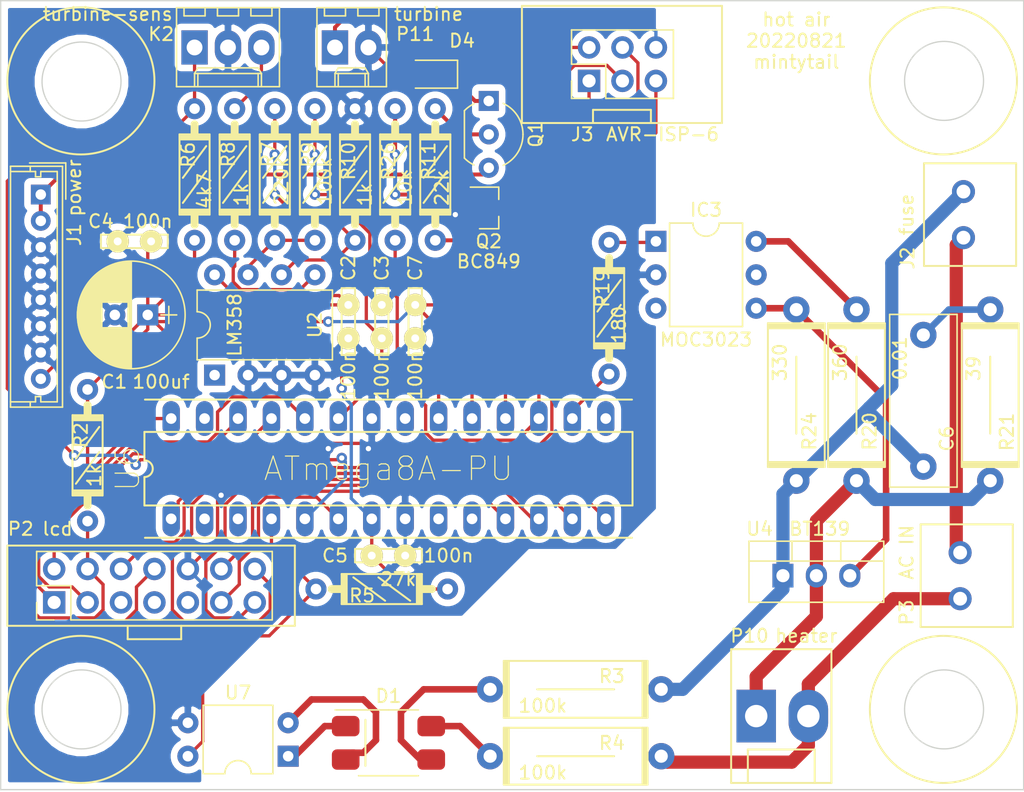
<source format=kicad_pcb>
(kicad_pcb (version 20171130) (host pcbnew "(5.1.8)-1")
  (layers (0 F.Cu signal) (31 B.Cu signal) (34 B.Paste user) (35 F.Paste user) (36 B.SilkS user) (37 F.SilkS user) (38 B.Mask user) (39 F.Mask user) (44 Edge.Cuts user))
  (net 0 "")
  (net 1 /+5)
  (net 2 /gnd)
  (net 3 /pump_sens)
  (net 4 "Net-(D1-Pad1)")
  (net 5 "Net-(D1-Pad3)")
  (net 6 "Net-(D1-Pad4)")
  (net 7 "Net-(IC3-Pad1)")
  (net 8 "Net-(IC3-Pad4)")
  (net 9 "Net-(IC3-Pad5)")
  (net 10 "Net-(IC3-Pad3)")
  (net 11 "Net-(IC3-Pad6)")
  (net 12 "Net-(J2-Pad1)")
  (net 13 /220_PHASE)
  (net 14 /220_NULL)
  (net 15 /buttons)
  (net 16 /phase_sync)
  (net 17 /idle)
  (net 18 "Net-(R7-Pad2)")
  (net 19 "Net-(R10-Pad1)")
  (net 20 "Net-(R8-Pad2)")
  (net 21 "Net-(K2-Pad3)")
  (net 22 "Net-(Q2-Pad3)")
  (net 23 "Net-(Q1-Pad2)")
  (net 24 /pump_heat)
  (net 25 "Net-(P10-Pad1)")
  (net 26 "Net-(C6-Pad1)")
  (net 27 "Net-(Q2-Pad1)")
  (net 28 /prog-mosi)
  (net 29 /reset)
  (net 30 "Net-(U6-Pad2)")
  (net 31 "Net-(U6-Pad3)")
  (net 32 "Net-(U6-Pad9)")
  (net 33 "Net-(U6-Pad10)")
  (net 34 "Net-(U6-Pad15)")
  (net 35 /prog-miso)
  (net 36 /prog-sck)
  (net 37 "Net-(U6-Pad21)")
  (net 38 /var_solder)
  (net 39 /var_pump)
  (net 40 /var_pump_heat)
  (net 41 "Net-(U6-Pad27)")
  (net 42 "Net-(D1-Pad2)")
  (net 43 "Net-(D4-Pad1)")
  (net 44 /+42)
  (net 45 "Net-(P2-Pad9)")
  (net 46 "Net-(P2-Pad7)")
  (net 47 "Net-(P2-Pad5)")
  (net 48 /LCD_PWR)
  (net 49 /LCD_RST)
  (net 50 /LCD_CS)
  (net 51 /LCD_SDA)
  (net 52 /LCD_CLK)
  (net 53 "Net-(U2-Pad1)")
  (module misc:atmega8-DIL28-3_panel (layer F.Cu) (at 131.064 86.36)
    (fp_text reference U6 (at -19.812 0 90) (layer F.SilkS) (effects (font (size 1.778 1.778) (thickness 0.0889))))
    (fp_text value ATmega8A-PU (at 0 0) (layer F.SilkS) (effects (font (size 1.778 1.778) (thickness 0.0889))))
    (pad 28 thru_hole oval (at -16.51 -3.81) (size 1.3208 2.6416) (drill 0.8128) (layers *.Cu *.Mask) (net 15 /buttons))
    (pad 27 thru_hole oval (at -13.97 -3.81) (size 1.3208 2.6416) (drill 0.8128) (layers *.Cu *.Mask) (net 41 "Net-(U6-Pad27)"))
    (pad 26 thru_hole oval (at -11.43 -3.81) (size 1.3208 2.6416) (drill 0.8128) (layers *.Cu *.Mask) (net 40 /var_pump_heat))
    (pad 25 thru_hole oval (at -8.89 -3.81) (size 1.3208 2.6416) (drill 0.8128) (layers *.Cu *.Mask) (net 39 /var_pump))
    (pad 24 thru_hole oval (at -6.35 -3.81) (size 1.3208 2.6416) (drill 0.8128) (layers *.Cu *.Mask) (net 38 /var_solder))
    (pad 23 thru_hole oval (at -3.81 -3.81) (size 1.3208 2.6416) (drill 0.8128) (layers *.Cu *.Mask) (net 3 /pump_sens))
    (pad 22 thru_hole oval (at -1.27 -3.81) (size 1.3208 2.6416) (drill 0.8128) (layers *.Cu *.Mask) (net 2 /gnd))
    (pad 21 thru_hole oval (at 1.27 -3.81) (size 1.3208 2.6416) (drill 0.8128) (layers *.Cu *.Mask) (net 37 "Net-(U6-Pad21)"))
    (pad 20 thru_hole oval (at 3.81 -3.81) (size 1.3208 2.6416) (drill 0.8128) (layers *.Cu *.Mask) (net 1 /+5))
    (pad 19 thru_hole oval (at 6.35 -3.81) (size 1.3208 2.6416) (drill 0.8128) (layers *.Cu *.Mask) (net 36 /prog-sck))
    (pad 18 thru_hole oval (at 8.89 -3.81) (size 1.3208 2.6416) (drill 0.8128) (layers *.Cu *.Mask) (net 35 /prog-miso))
    (pad 17 thru_hole oval (at 11.43 -3.81) (size 1.3208 2.6416) (drill 0.8128) (layers *.Cu *.Mask) (net 28 /prog-mosi))
    (pad 16 thru_hole oval (at 13.97 -3.81) (size 1.3208 2.6416) (drill 0.8128) (layers *.Cu *.Mask) (net 24 /pump_heat))
    (pad 15 thru_hole oval (at 16.51 -3.81) (size 1.3208 2.6416) (drill 0.8128) (layers *.Cu *.Mask) (net 34 "Net-(U6-Pad15)"))
    (pad 14 thru_hole oval (at 16.51 3.81) (size 1.3208 2.6416) (drill 0.8128) (layers *.Cu *.Mask) (net 48 /LCD_PWR))
    (pad 13 thru_hole oval (at 13.97 3.81) (size 1.3208 2.6416) (drill 0.8128) (layers *.Cu *.Mask) (net 52 /LCD_CLK))
    (pad 12 thru_hole oval (at 11.43 3.81) (size 1.3208 2.6416) (drill 0.8128) (layers *.Cu *.Mask) (net 51 /LCD_SDA))
    (pad 11 thru_hole oval (at 8.89 3.81) (size 1.3208 2.6416) (drill 0.8128) (layers *.Cu *.Mask) (net 50 /LCD_CS))
    (pad 10 thru_hole oval (at 6.35 3.81) (size 1.3208 2.6416) (drill 0.8128) (layers *.Cu *.Mask) (net 33 "Net-(U6-Pad10)"))
    (pad 9 thru_hole oval (at 3.81 3.81) (size 1.3208 2.6416) (drill 0.8128) (layers *.Cu *.Mask) (net 32 "Net-(U6-Pad9)"))
    (pad 8 thru_hole oval (at 1.27 3.81) (size 1.3208 2.6416) (drill 0.8128) (layers *.Cu *.Mask) (net 2 /gnd))
    (pad 7 thru_hole oval (at -1.27 3.81) (size 1.3208 2.6416) (drill 0.8128) (layers *.Cu *.Mask) (net 1 /+5))
    (pad 6 thru_hole oval (at -3.81 3.81) (size 1.3208 2.6416) (drill 0.8128) (layers *.Cu *.Mask) (net 49 /LCD_RST))
    (pad 5 thru_hole oval (at -6.35 3.81) (size 1.3208 2.6416) (drill 0.8128) (layers *.Cu *.Mask) (net 17 /idle))
    (pad 4 thru_hole oval (at -8.89 3.81) (size 1.3208 2.6416) (drill 0.8128) (layers *.Cu *.Mask) (net 16 /phase_sync))
    (pad 3 thru_hole oval (at -11.43 3.81) (size 1.3208 2.6416) (drill 0.8128) (layers *.Cu *.Mask) (net 31 "Net-(U6-Pad3)"))
    (pad 2 thru_hole oval (at -13.97 3.81) (size 1.3208 2.6416) (drill 0.8128) (layers *.Cu *.Mask) (net 30 "Net-(U6-Pad2)"))
    (pad 1 thru_hole oval (at -16.51 3.81) (size 1.3208 2.6416) (drill 0.8128) (layers *.Cu *.Mask) (net 29 /reset))
  )
  (module misc:AVR_ISP_TH_6 (layer F.Cu) (at 146.304 56.896 90)
    (fp_text reference J3 (at -4.064 -0.508 180) (layer F.SilkS))
    (fp_text value AVR-ISP-6 (at -4.064 5.588 180) (layer F.SilkS))
    (pad 1 thru_hole rect (at 0 0 90) (size 1.7 1.7) (drill 1) (layers *.Cu *.Mask) (net 35 /prog-miso))
    (pad 2 thru_hole oval (at 2.54 0 90) (size 1.7 1.7) (drill 1) (layers *.Cu *.Mask) (net 1 /+5))
    (pad 3 thru_hole oval (at 0 2.54 90) (size 1.7 1.7) (drill 1) (layers *.Cu *.Mask) (net 36 /prog-sck))
    (pad 4 thru_hole oval (at 2.54 2.54 90) (size 1.7 1.7) (drill 1) (layers *.Cu *.Mask) (net 28 /prog-mosi))
    (pad 5 thru_hole oval (at 0 5.08 90) (size 1.7 1.7) (drill 1) (layers *.Cu *.Mask) (net 29 /reset))
    (pad 6 thru_hole oval (at 2.54 5.08 90) (size 1.7 1.7) (drill 1) (layers *.Cu *.Mask) (net 2 /gnd))
  )
  (module capacitors:CC-ceramic_5 (layer F.Cu) (at 128.016 75.184 270)
    (fp_text reference C2 (at -4.064 0 90) (layer F.SilkS))
    (fp_text value 100n (at 4.064 0 90) (layer F.SilkS))
    (pad 2 thru_hole circle (at 1.27 0 270) (size 1.7 1.7) (drill 0.6) (layers *.Cu *.Mask F.SilkS) (net 2 /gnd))
    (pad 1 thru_hole circle (at -1.27 0 270) (size 1.7 1.7) (drill 0.6) (layers *.Cu *.Mask F.SilkS) (net 1 /+5))
  )
  (module capacitors:CC-ceramic_5 (layer F.Cu) (at 130.556 75.184 90)
    (fp_text reference C3 (at 4.064 0 90) (layer F.SilkS))
    (fp_text value 100n (at -4.064 0 90) (layer F.SilkS))
    (pad 2 thru_hole circle (at 1.27 0 90) (size 1.7 1.7) (drill 0.6) (layers *.Cu *.Mask F.SilkS) (net 2 /gnd))
    (pad 1 thru_hole circle (at -1.27 0 90) (size 1.7 1.7) (drill 0.6) (layers *.Cu *.Mask F.SilkS) (net 3 /pump_sens))
  )
  (module capacitors:CC-ceramic_5 (layer F.Cu) (at 111.76 69.088 180)
    (fp_text reference C4 (at 2.54 1.524) (layer F.SilkS))
    (fp_text value 100n (at -1.016 1.524) (layer F.SilkS))
    (pad 2 thru_hole circle (at 1.27 0 180) (size 1.7 1.7) (drill 0.6) (layers *.Cu *.Mask F.SilkS) (net 2 /gnd))
    (pad 1 thru_hole circle (at -1.27 0 180) (size 1.7 1.7) (drill 0.6) (layers *.Cu *.Mask F.SilkS) (net 1 /+5))
  )
  (module capacitors:CC-ceramic_5 (layer F.Cu) (at 131.064 92.964)
    (fp_text reference C5 (at -4.064 0) (layer F.SilkS))
    (fp_text value 100n (at 4.572 0) (layer F.SilkS))
    (pad 2 thru_hole circle (at 1.27 0) (size 1.7 1.7) (drill 0.6) (layers *.Cu *.Mask F.SilkS) (net 2 /gnd))
    (pad 1 thru_hole circle (at -1.27 0) (size 1.7 1.7) (drill 0.6) (layers *.Cu *.Mask F.SilkS) (net 1 /+5))
  )
  (module capacitors:CC-ceramic_5 (layer F.Cu) (at 133.096 75.184 270)
    (fp_text reference C7 (at -4.064 0 90) (layer F.SilkS))
    (fp_text value 100n (at 4.064 0 90) (layer F.SilkS))
    (pad 2 thru_hole circle (at 1.27 0 270) (size 1.7 1.7) (drill 0.6) (layers *.Cu *.Mask F.SilkS) (net 2 /gnd))
    (pad 1 thru_hole circle (at -1.27 0 270) (size 1.7 1.7) (drill 0.6) (layers *.Cu *.Mask F.SilkS) (net 1 /+5))
  )
  (module Housings_DIP:DIP-6_W7.62mm (layer F.Cu) (at 151.384 69.088)
    (fp_text reference IC3 (at 3.81 -2.39) (layer F.SilkS))
    (fp_text value MOC3023 (at 3.81 7.47) (layer F.SilkS))
    (pad 6 thru_hole oval (at 7.62 0) (size 1.6 1.6) (drill 0.8) (layers *.Cu *.Mask) (net 11 "Net-(IC3-Pad6)"))
    (pad 3 thru_hole oval (at 0 5.08) (size 1.6 1.6) (drill 0.8) (layers *.Cu *.Mask) (net 10 "Net-(IC3-Pad3)"))
    (pad 5 thru_hole oval (at 7.62 2.54) (size 1.6 1.6) (drill 0.8) (layers *.Cu *.Mask) (net 9 "Net-(IC3-Pad5)"))
    (pad 2 thru_hole oval (at 0 2.54) (size 1.6 1.6) (drill 0.8) (layers *.Cu *.Mask) (net 2 /gnd))
    (pad 4 thru_hole oval (at 7.62 5.08) (size 1.6 1.6) (drill 0.8) (layers *.Cu *.Mask) (net 8 "Net-(IC3-Pad4)"))
    (pad 1 thru_hole rect (at 0 0) (size 1.6 1.6) (drill 0.8) (layers *.Cu *.Mask) (net 7 "Net-(IC3-Pad1)"))
  )
  (module EDGVC:15EDGVC-3.5_2 (layer F.Cu) (at 174.752 67.056 90)
    (fp_text reference J2 (at -3.302 -4.25 90) (layer F.SilkS))
    (fp_text value fuse (at 0 -4.318 90) (layer F.SilkS))
    (pad 2 thru_hole circle (at 1.75 0 90) (size 1.75 1.75) (drill 1.05) (layers *.Cu *.Mask) (net 13 /220_PHASE))
    (pad 1 thru_hole circle (at -1.75 0 90) (size 1.75 1.75) (drill 1.05) (layers *.Cu *.Mask) (net 12 "Net-(J2-Pad1)"))
  )
  (module EDGVC:15EDGVC-3.5_2 (layer F.Cu) (at 174.498 94.488 90)
    (fp_text reference P3 (at -2.794 -4.064 90) (layer F.SilkS))
    (fp_text value "AC IN" (at 1.778 -4.064 90) (layer F.SilkS))
    (pad 2 thru_hole circle (at 1.75 0 90) (size 1.75 1.75) (drill 1.05) (layers *.Cu *.Mask) (net 12 "Net-(J2-Pad1)"))
    (pad 1 thru_hole circle (at -1.75 0 90) (size 1.75 1.75) (drill 1.05) (layers *.Cu *.Mask) (net 14 /220_NULL))
  )
  (module Package_DIP:DIP-4_W7.62mm (layer F.Cu) (at 123.444 108.204 180)
    (fp_text reference U7 (at 3.81 4.826) (layer F.SilkS))
    (fp_text value EL817)
    (pad 4 thru_hole oval (at 7.62 0 180) (size 1.6 1.6) (drill 0.8) (layers *.Cu *.Mask) (net 16 /phase_sync))
    (pad 2 thru_hole oval (at 0 2.54 180) (size 1.6 1.6) (drill 0.8) (layers *.Cu *.Mask) (net 42 "Net-(D1-Pad2)"))
    (pad 3 thru_hole oval (at 7.62 2.54 180) (size 1.6 1.6) (drill 0.8) (layers *.Cu *.Mask) (net 2 /gnd))
    (pad 1 thru_hole rect (at 0 0 180) (size 1.6 1.6) (drill 0.8) (layers *.Cu *.Mask) (net 4 "Net-(D1-Pad1)"))
  )
  (module Capacitors_ThroughHole:CP_Radial_D8.0mm_P2.50mm (layer F.Cu) (at 112.776 74.676 180)
    (fp_text reference C1 (at 2.54 -5.08) (layer F.SilkS))
    (fp_text value 100uf (at -1.016 -5.08) (layer F.SilkS))
    (pad 1 thru_hole rect (at 0 0 180) (size 1.6 1.6) (drill 0.8) (layers *.Cu *.Mask) (net 1 /+5))
    (pad 2 thru_hole circle (at 2.5 0 180) (size 1.6 1.6) (drill 0.8) (layers *.Cu *.Mask) (net 2 /gnd))
  )
  (module Capacitors_ThroughHole:C_Rect_L13.0mm_W5.0mm_P10.00mm_FKS3_FKP3_MKS4 (layer F.Cu) (at 171.704 76.2 270)
    (fp_text reference C6 (at 7.874 -1.778 90) (layer F.SilkS))
    (fp_text value 0.01 (at 1.778 1.778 90) (layer F.SilkS))
    (pad 1 thru_hole circle (at 0 0 270) (size 2 2) (drill 1) (layers *.Cu *.Mask) (net 26 "Net-(C6-Pad1)"))
    (pad 2 thru_hole circle (at 10 0 270) (size 2 2) (drill 1) (layers *.Cu *.Mask) (net 13 /220_PHASE))
  )
  (module Diodes_SMD:D_1206 (layer F.Cu) (at 134.112 56.388 180)
    (fp_text reference D4 (at -2.54 2.54) (layer F.SilkS))
    (fp_text value DIODE)
    (pad 1 smd rect (at -1.5 0 180) (size 1 1.6) (layers F.Cu F.Paste F.Mask) (net 43 "Net-(D4-Pad1)"))
    (pad 2 smd rect (at 1.5 0 180) (size 1 1.6) (layers F.Cu F.Paste F.Mask) (net 2 /gnd))
  )
  (module Connectors_Molex:Molex_MicroLatch-53253-0870_08x2.00mm_Straight (layer F.Cu) (at 104.648 65.532 270)
    (fp_text reference J1 (at 3.048 -2.54 90) (layer F.SilkS))
    (fp_text value power (at -0.508 -2.54 90) (layer F.SilkS))
    (pad 1 thru_hole rect (at 0 0 270) (size 1.5 1.5) (drill 0.8) (layers *.Cu *.Mask) (net 44 /+42))
    (pad 2 thru_hole circle (at 2 0 270) (size 1.5 1.5) (drill 0.8) (layers *.Cu *.Mask) (net 44 /+42))
    (pad 3 thru_hole circle (at 4 0 270) (size 1.5 1.5) (drill 0.8) (layers *.Cu *.Mask) (net 2 /gnd))
    (pad 4 thru_hole circle (at 6 0 270) (size 1.5 1.5) (drill 0.8) (layers *.Cu *.Mask) (net 2 /gnd))
    (pad 5 thru_hole circle (at 8 0 270) (size 1.5 1.5) (drill 0.8) (layers *.Cu *.Mask) (net 2 /gnd))
    (pad 6 thru_hole circle (at 10 0 270) (size 1.5 1.5) (drill 0.8) (layers *.Cu *.Mask) (net 2 /gnd))
    (pad 7 thru_hole circle (at 12 0 270) (size 1.5 1.5) (drill 0.8) (layers *.Cu *.Mask) (net 2 /gnd))
    (pad 8 thru_hole circle (at 14 0 270) (size 1.5 1.5) (drill 0.8) (layers *.Cu *.Mask) (net 1 /+5))
  )
  (module Connectors_Molex:Molex_KK-6410-03_03x2.54mm_Straight (layer F.Cu) (at 116.332 54.356)
    (fp_text reference K2 (at -2.54 -1.016) (layer F.SilkS))
    (fp_text value turbine-sens (at -6.604 -2.54) (layer F.SilkS))
    (pad 1 thru_hole rect (at 0 0) (size 2 2.6) (drill 1.2) (layers *.Cu *.Mask) (net 17 /idle))
    (pad 2 thru_hole oval (at 2.54 0) (size 2 2.6) (drill 1.2) (layers *.Cu *.Mask) (net 2 /gnd))
    (pad 3 thru_hole oval (at 5.08 0) (size 2 2.6) (drill 1.2) (layers *.Cu *.Mask) (net 21 "Net-(K2-Pad3)"))
  )
  (module Connectors_Molex:Molex_KK-41791-02_02x3.96mm_Straight (layer F.Cu) (at 159.004 105.156)
    (fp_text reference P10 (at -0.508 -6.096) (layer F.SilkS))
    (fp_text value heater (at 3.81 -6.096) (layer F.SilkS))
    (pad 1 thru_hole rect (at 0 0) (size 3 4) (drill 1.7) (layers *.Cu *.Mask) (net 25 "Net-(P10-Pad1)"))
    (pad 2 thru_hole oval (at 3.9624 0) (size 3 4) (drill 1.7) (layers *.Cu *.Mask) (net 14 /220_NULL))
  )
  (module Connectors_Molex:Molex_KK-6410-02_02x2.54mm_Straight (layer F.Cu) (at 127 54.356)
    (fp_text reference P11 (at 6.096 -1.016) (layer F.SilkS))
    (fp_text value turbine (at 7.112 -2.54) (layer F.SilkS))
    (pad 1 thru_hole rect (at 0 0) (size 2 2.6) (drill 1.2) (layers *.Cu *.Mask) (net 43 "Net-(D4-Pad1)"))
    (pad 2 thru_hole oval (at 2.54 0) (size 2 2.6) (drill 1.2) (layers *.Cu *.Mask) (net 2 /gnd))
  )
  (module TO_SOT_Packages_SMD:SOT-23 (layer F.Cu) (at 138.684 66.548)
    (fp_text reference Q2 (at 0 2.54) (layer F.SilkS))
    (fp_text value BC849 (at 0 4.064) (layer F.SilkS))
    (pad 1 smd rect (at -1 -0.95) (size 0.9 0.8) (layers F.Cu F.Paste F.Mask) (net 27 "Net-(Q2-Pad1)"))
    (pad 2 smd rect (at -1 0.95) (size 0.9 0.8) (layers F.Cu F.Paste F.Mask) (net 2 /gnd))
    (pad 3 smd rect (at 1 0) (size 0.9 0.8) (layers F.Cu F.Paste F.Mask) (net 22 "Net-(Q2-Pad3)"))
  )
  (module TO_SOT_Packages_THT:TO-220-3_Vertical (layer F.Cu) (at 161.036 94.488)
    (fp_text reference U4 (at -1.778 -3.556) (layer F.SilkS))
    (fp_text value BT139 (at 2.794 -3.556) (layer F.SilkS))
    (pad 1 thru_hole rect (at 0 0) (size 1.6 1.8) (drill 1) (layers *.Cu *.Mask) (net 13 /220_PHASE))
    (pad 2 thru_hole oval (at 2.54 0) (size 1.6 1.8) (drill 1) (layers *.Cu *.Mask) (net 25 "Net-(P10-Pad1)"))
    (pad 3 thru_hole oval (at 5.08 0) (size 1.6 1.8) (drill 1) (layers *.Cu *.Mask) (net 8 "Net-(IC3-Pad4)"))
  )
  (module Package_DIP:DIP-8_W7.62mm (layer F.Cu) (at 117.856 79.248 90)
    (fp_text reference U2 (at 3.81 7.62 90) (layer F.SilkS))
    (fp_text value LM358 (at 3.81 1.524 90) (layer F.SilkS))
    (pad 8 thru_hole oval (at 7.62 0 90) (size 1.6 1.6) (drill 0.8) (layers *.Cu *.Mask) (net 1 /+5))
    (pad 4 thru_hole oval (at 0 7.62 90) (size 1.6 1.6) (drill 0.8) (layers *.Cu *.Mask) (net 2 /gnd))
    (pad 7 thru_hole oval (at 7.62 2.54 90) (size 1.6 1.6) (drill 0.8) (layers *.Cu *.Mask) (net 18 "Net-(R7-Pad2)"))
    (pad 3 thru_hole oval (at 0 5.08 90) (size 1.6 1.6) (drill 0.8) (layers *.Cu *.Mask) (net 2 /gnd))
    (pad 6 thru_hole oval (at 7.62 5.08 90) (size 1.6 1.6) (drill 0.8) (layers *.Cu *.Mask) (net 19 "Net-(R10-Pad1)"))
    (pad 2 thru_hole oval (at 0 2.54 90) (size 1.6 1.6) (drill 0.8) (layers *.Cu *.Mask) (net 2 /gnd))
    (pad 5 thru_hole oval (at 7.62 7.62 90) (size 1.6 1.6) (drill 0.8) (layers *.Cu *.Mask) (net 20 "Net-(R8-Pad2)"))
    (pad 1 thru_hole rect (at 0 0 90) (size 1.6 1.6) (drill 0.8) (layers *.Cu *.Mask) (net 53 "Net-(U2-Pad1)"))
  )
  (module misc:MB10S (layer F.Cu) (at 131.064 107.188)
    (fp_text reference D1 (at 0 -3.556) (layer F.SilkS))
    (fp_text value D_Bridge_+-AA)
    (pad 1 smd roundrect (at -3.25 -1.27) (size 2.1 1.55) (layers F.Cu F.Paste F.Mask) (net 4 "Net-(D1-Pad1)"))
    (pad 2 smd roundrect (at -3.25 1.27) (size 2.1 1.55) (layers F.Cu F.Paste F.Mask) (net 42 "Net-(D1-Pad2)"))
    (pad 3 smd roundrect (at 3.25 1.27) (size 2.1 1.55) (layers F.Cu F.Paste F.Mask) (net 5 "Net-(D1-Pad3)"))
    (pad 4 smd roundrect (at 3.25 -1.27) (size 2.1 1.55) (layers F.Cu F.Paste F.Mask) (net 6 "Net-(D1-Pad4)"))
  )
  (module connectors_new:Pin_Header_Straight_2x07_Pitch2.54mm_bare (layer F.Cu) (at 105.664 96.52 90)
    (fp_text reference P2 (at 5.588 -2.54 180) (layer F.SilkS))
    (fp_text value lcd (at 5.588 0.254 180) (layer F.SilkS))
    (pad 1 thru_hole rect (at 0 0 90) (size 1.7 1.7) (drill 1) (layers *.Cu *.Mask) (net 38 /var_solder))
    (pad 2 thru_hole oval (at 2.54 0 90) (size 1.7 1.7) (drill 1) (layers *.Cu *.Mask) (net 39 /var_pump))
    (pad 3 thru_hole oval (at 0 2.54 90) (size 1.7 1.7) (drill 1) (layers *.Cu *.Mask) (net 40 /var_pump_heat))
    (pad 4 thru_hole oval (at 2.54 2.54 90) (size 1.7 1.7) (drill 1) (layers *.Cu *.Mask) (net 15 /buttons))
    (pad 5 thru_hole oval (at 0 5.08 90) (size 1.7 1.7) (drill 1) (layers *.Cu *.Mask) (net 47 "Net-(P2-Pad5)"))
    (pad 6 thru_hole oval (at 2.54 5.08 90) (size 1.7 1.7) (drill 1) (layers *.Cu *.Mask) (net 48 /LCD_PWR))
    (pad 7 thru_hole oval (at 0 7.62 90) (size 1.7 1.7) (drill 1) (layers *.Cu *.Mask) (net 46 "Net-(P2-Pad7)"))
    (pad 8 thru_hole oval (at 2.54 7.62 90) (size 1.7 1.7) (drill 1) (layers *.Cu *.Mask) (net 1 /+5))
    (pad 9 thru_hole oval (at 0 10.16 90) (size 1.7 1.7) (drill 1) (layers *.Cu *.Mask) (net 45 "Net-(P2-Pad9)"))
    (pad 10 thru_hole oval (at 2.54 10.16 90) (size 1.7 1.7) (drill 1) (layers *.Cu *.Mask) (net 2 /gnd))
    (pad 11 thru_hole oval (at 0 12.7 90) (size 1.7 1.7) (drill 1) (layers *.Cu *.Mask) (net 49 /LCD_RST))
    (pad 12 thru_hole oval (at 2.54 12.7 90) (size 1.7 1.7) (drill 1) (layers *.Cu *.Mask) (net 50 /LCD_CS))
    (pad 13 thru_hole oval (at 0 15.24 90) (size 1.7 1.7) (drill 1) (layers *.Cu *.Mask) (net 51 /LCD_SDA))
    (pad 14 thru_hole oval (at 2.54 15.24 90) (size 1.7 1.7) (drill 1) (layers *.Cu *.Mask) (net 52 /LCD_CLK))
  )
  (module TO_SOT_Packages_THT:TO-92_Inline_Wide (layer F.Cu) (at 138.684 58.42 270)
    (fp_text reference Q1 (at 2.54 -3.56 270) (layer F.SilkS))
    (fp_text value KT209)
    (pad 1 thru_hole rect (at 0 0) (size 1.52 1.52) (drill 0.8) (layers *.Cu *.Mask) (net 43 "Net-(D4-Pad1)"))
    (pad 3 thru_hole circle (at 5.08 0) (size 1.52 1.52) (drill 0.8) (layers *.Cu *.Mask) (net 44 /+42))
    (pad 2 thru_hole circle (at 2.54 0) (size 1.52 1.52) (drill 0.8) (layers *.Cu *.Mask) (net 23 "Net-(Q1-Pad2)"))
  )
  (module resistors:R1-MLT_0.125_10 (layer F.Cu) (at 108.204 85.344 270)
    (fp_text reference R2 (at -1.524 0.508 90) (layer F.SilkS))
    (fp_text value 1k (at 1.524 -0.508 90) (layer F.SilkS))
    (pad 2 thru_hole circle (at 5 0 270) (size 1.6 1.6) (drill 0.8) (layers *.Cu *.Mask) (net 15 /buttons))
    (pad 1 thru_hole circle (at -5 0 270) (size 1.6 1.6) (drill 0.8) (layers *.Cu *.Mask) (net 1 /+5))
  )
  (module resistors:R1-MLT_0.5_13 (layer F.Cu) (at 145.288 103.124)
    (fp_text reference R3 (at 2.75 -1) (layer F.SilkS))
    (fp_text value 100k (at -2.5 1.25) (layer F.SilkS))
    (pad 2 thru_hole circle (at 6.5 0) (size 2 2) (drill 1) (layers *.Cu *.Mask) (net 13 /220_PHASE))
    (pad 1 thru_hole circle (at -6.5 0) (size 2 2) (drill 1) (layers *.Cu *.Mask) (net 5 "Net-(D1-Pad3)"))
  )
  (module resistors:R1-MLT_0.5_13 (layer F.Cu) (at 145.288 108.204)
    (fp_text reference R4 (at 2.75 -1) (layer F.SilkS))
    (fp_text value 100k (at -2.5 1.25) (layer F.SilkS))
    (pad 1 thru_hole circle (at -6.5 0) (size 2 2) (drill 1) (layers *.Cu *.Mask) (net 6 "Net-(D1-Pad4)"))
    (pad 2 thru_hole circle (at 6.5 0) (size 2 2) (drill 1) (layers *.Cu *.Mask) (net 14 /220_NULL))
  )
  (module resistors:R1-MLT_0.125_10 (layer F.Cu) (at 130.556 95.504 180)
    (fp_text reference R5 (at 1.5 -0.5) (layer F.SilkS))
    (fp_text value 27k (at -1.25 0.75) (layer F.SilkS))
    (pad 1 thru_hole circle (at -5 0 180) (size 1.6 1.6) (drill 0.8) (layers *.Cu *.Mask) (net 1 /+5))
    (pad 2 thru_hole circle (at 5 0 180) (size 1.6 1.6) (drill 0.8) (layers *.Cu *.Mask) (net 16 /phase_sync))
  )
  (module resistors:R1-MLT_0.125_10 (layer F.Cu) (at 116.332 64.008 90)
    (fp_text reference R6 (at 1.5 -0.5 90) (layer F.SilkS))
    (fp_text value 4k7 (at -1.25 0.75 90) (layer F.SilkS))
    (pad 1 thru_hole circle (at -5 0 90) (size 1.6 1.6) (drill 0.8) (layers *.Cu *.Mask) (net 1 /+5))
    (pad 2 thru_hole circle (at 5 0 90) (size 1.6 1.6) (drill 0.8) (layers *.Cu *.Mask) (net 17 /idle))
  )
  (module resistors:R1-MLT_0.125_10 (layer F.Cu) (at 122.428 64.008 270)
    (fp_text reference R7 (at -1.524 0.508 90) (layer F.SilkS))
    (fp_text value 220k (at 0.508 -0.508 90) (layer F.SilkS))
    (pad 2 thru_hole circle (at 5 0 270) (size 1.6 1.6) (drill 0.8) (layers *.Cu *.Mask) (net 18 "Net-(R7-Pad2)"))
    (pad 1 thru_hole circle (at -5 0 270) (size 1.6 1.6) (drill 0.8) (layers *.Cu *.Mask) (net 19 "Net-(R10-Pad1)"))
  )
  (module resistors:R1-MLT_0.125_10 (layer F.Cu) (at 119.38 64.008 270)
    (fp_text reference R8 (at -1.524 0.508 90) (layer F.SilkS))
    (fp_text value 1k (at 1.524 -0.508 90) (layer F.SilkS))
    (pad 1 thru_hole circle (at -5 0 270) (size 1.6 1.6) (drill 0.8) (layers *.Cu *.Mask) (net 21 "Net-(K2-Pad3)"))
    (pad 2 thru_hole circle (at 5 0 270) (size 1.6 1.6) (drill 0.8) (layers *.Cu *.Mask) (net 20 "Net-(R8-Pad2)"))
  )
  (module resistors:R1-MLT_0.125_10 (layer F.Cu) (at 125.476 64.008 90)
    (fp_text reference R9 (at 1.5 -0.5 90) (layer F.SilkS))
    (fp_text value 100k (at -0.508 0.75 90) (layer F.SilkS))
    (pad 1 thru_hole circle (at -5 0 90) (size 1.6 1.6) (drill 0.8) (layers *.Cu *.Mask) (net 18 "Net-(R7-Pad2)"))
    (pad 2 thru_hole circle (at 5 0 90) (size 1.6 1.6) (drill 0.8) (layers *.Cu *.Mask) (net 3 /pump_sens))
  )
  (module resistors:R1-MLT_0.125_10 (layer F.Cu) (at 128.524 64.008 90)
    (fp_text reference R10 (at 1.016 -0.508 90) (layer F.SilkS))
    (fp_text value 1k (at -1.524 0.75 90) (layer F.SilkS))
    (pad 2 thru_hole circle (at 5 0 90) (size 1.6 1.6) (drill 0.8) (layers *.Cu *.Mask) (net 2 /gnd))
    (pad 1 thru_hole circle (at -5 0 90) (size 1.6 1.6) (drill 0.8) (layers *.Cu *.Mask) (net 19 "Net-(R10-Pad1)"))
  )
  (module resistors:R1-MLT_0.125_10 (layer F.Cu) (at 134.62 64.008 270)
    (fp_text reference R11 (at -1.016 0.508 90) (layer F.SilkS))
    (fp_text value 22k (at 1.016 -0.508 90) (layer F.SilkS))
    (pad 2 thru_hole circle (at 5 0 270) (size 1.6 1.6) (drill 0.8) (layers *.Cu *.Mask) (net 22 "Net-(Q2-Pad3)"))
    (pad 1 thru_hole circle (at -5 0 270) (size 1.6 1.6) (drill 0.8) (layers *.Cu *.Mask) (net 23 "Net-(Q1-Pad2)"))
  )
  (module resistors:R1-MLT_0.125_10 (layer F.Cu) (at 147.828 74.168 90)
    (fp_text reference R19 (at 1.5 -0.5 90) (layer F.SilkS))
    (fp_text value 180 (at -1.25 0.75 90) (layer F.SilkS))
    (pad 2 thru_hole circle (at 5 0 90) (size 1.6 1.6) (drill 0.8) (layers *.Cu *.Mask) (net 7 "Net-(IC3-Pad1)"))
    (pad 1 thru_hole circle (at -5 0 90) (size 1.6 1.6) (drill 0.8) (layers *.Cu *.Mask) (net 24 /pump_heat))
  )
  (module resistors:R1-MLT_0.5_13 (layer F.Cu) (at 166.624 80.772 270)
    (fp_text reference R20 (at 2.75 -1 90) (layer F.SilkS))
    (fp_text value 360 (at -2.5 1.25 90) (layer F.SilkS))
    (pad 2 thru_hole circle (at 6.5 0 270) (size 2 2) (drill 1) (layers *.Cu *.Mask) (net 25 "Net-(P10-Pad1)"))
    (pad 1 thru_hole circle (at -6.5 0 270) (size 2 2) (drill 1) (layers *.Cu *.Mask) (net 11 "Net-(IC3-Pad6)"))
  )
  (module resistors:R1-MLT_0.5_13 (layer F.Cu) (at 176.784 80.772 90)
    (fp_text reference R21 (at -2.794 1.27 90) (layer F.SilkS))
    (fp_text value 39 (at 2.032 -1.27 90) (layer F.SilkS))
    (pad 1 thru_hole circle (at -6.5 0 90) (size 2 2) (drill 1) (layers *.Cu *.Mask) (net 25 "Net-(P10-Pad1)"))
    (pad 2 thru_hole circle (at 6.5 0 90) (size 2 2) (drill 1) (layers *.Cu *.Mask) (net 26 "Net-(C6-Pad1)"))
  )
  (module resistors:R1-MLT_0.5_13 (layer F.Cu) (at 162.052 80.772 270)
    (fp_text reference R24 (at 2.75 -1 270) (layer F.SilkS))
    (fp_text value 330 (at -2.5 1.25 270) (layer F.SilkS))
    (pad 1 thru_hole circle (at -6.5 0 270) (size 2 2) (drill 1) (layers *.Cu *.Mask) (net 8 "Net-(IC3-Pad4)"))
    (pad 2 thru_hole circle (at 6.5 0 270) (size 2 2) (drill 1) (layers *.Cu *.Mask) (net 13 /220_PHASE))
  )
  (module resistors:R1-MLT_0.125_10 (layer F.Cu) (at 131.572 64.008 90)
    (fp_text reference R26 (at 1.016 -0.5 90) (layer F.SilkS))
    (fp_text value 10k (at -1.016 0.75 90) (layer F.SilkS))
    (pad 1 thru_hole circle (at -5 0 90) (size 1.6 1.6) (drill 0.8) (layers *.Cu *.Mask) (net 28 /prog-mosi))
    (pad 2 thru_hole circle (at 5 0 90) (size 1.6 1.6) (drill 0.8) (layers *.Cu *.Mask) (net 27 "Net-(Q2-Pad1)"))
  )
  (gr_text "hot air\n20220821\nmintytail" (at 162.052 53.848) (layer F.SilkS) (effects (font (size 1 1))))
  (gr_circle (center 173.228 104.648) (end 178.816 104.648) (layer F.SilkS) (width 0.15))
  (gr_circle (center 173.276 104.648) (end 176.276 104.648) (layer Edge.Cuts) (width 0.1))
  (gr_line (start 101.6 110.744) (end 179.324 110.744) (layer Edge.Cuts) (width 0.1))
  (gr_circle (center 107.696 104.648) (end 113.284 104.648) (layer F.SilkS) (width 0.15))
  (gr_circle (center 107.744 104.648) (end 110.744 104.648) (layer Edge.Cuts) (width 0.1))
  (gr_line (start 101.6 50.8) (end 101.6 110.744) (layer Edge.Cuts) (width 0.1))
  (gr_circle (center 107.696 56.896) (end 113.284 56.896) (layer F.SilkS) (width 0.15))
  (gr_circle (center 107.744 56.944) (end 110.744 56.944) (layer Edge.Cuts) (width 0.1))
  (gr_circle (center 173.228 56.896) (end 178.816 56.896) (layer F.SilkS) (width 0.15))
  (gr_circle (center 173.276 56.896) (end 176.276 56.896) (layer Edge.Cuts) (width 0.1))
  (gr_line (start 179.324 50.8) (end 101.6 50.8) (layer Edge.Cuts) (width 0.1))
  (gr_line (start 179.324 50.8) (end 179.324 110.744) (layer Edge.Cuts) (width 0.1))
  (segment (start 112.776 69.342) (end 113.03 69.088) (width 0.25) (layer F.Cu) (net 1))
  (segment (start 112.776 71.628) (end 112.776 69.342) (width 0.25) (layer F.Cu) (net 1))
  (segment (start 112.776 74.676) (end 112.776 71.628) (width 0.25) (layer F.Cu) (net 1))
  (segment (start 129.794 92.964) (end 129.794 90.17) (width 0.25) (layer F.Cu) (net 1))
  (segment (start 108.204 80.344) (end 108.204 86.133358) (width 0.25) (layer F.Cu) (net 1))
  (segment (start 108.204 86.133358) (end 103.124 91.213358) (width 0.25) (layer F.Cu) (net 1))
  (segment (start 111.919001 97.084001) (end 111.919001 95.344999) (width 0.25) (layer F.Cu) (net 1))
  (segment (start 111.919001 95.344999) (end 113.284 93.98) (width 0.25) (layer F.Cu) (net 1))
  (segment (start 110.857991 98.145011) (end 111.919001 97.084001) (width 0.25) (layer F.Cu) (net 1))
  (segment (start 104.367599 98.145011) (end 110.857991 98.145011) (width 0.25) (layer F.Cu) (net 1))
  (segment (start 103.124 96.901412) (end 104.367599 98.145011) (width 0.25) (layer F.Cu) (net 1))
  (segment (start 103.124 91.213358) (end 103.124 96.901412) (width 0.25) (layer F.Cu) (net 1))
  (segment (start 112.776 75.772) (end 112.776 74.676) (width 0.25) (layer F.Cu) (net 1))
  (segment (start 108.204 80.344) (end 112.776 75.772) (width 0.25) (layer F.Cu) (net 1))
  (segment (start 116.332 71.12) (end 112.776 74.676) (width 0.25) (layer F.Cu) (net 1))
  (segment (start 116.332 69.008) (end 116.332 71.12) (width 0.25) (layer F.Cu) (net 1))
  (segment (start 117.856 71.628) (end 119.431011 73.203011) (width 0.25) (layer F.Cu) (net 1))
  (segment (start 127.305011 73.203011) (end 128.016 73.914) (width 0.25) (layer F.Cu) (net 1))
  (segment (start 119.431011 73.203011) (end 127.305011 73.203011) (width 0.25) (layer F.Cu) (net 1))
  (segment (start 134.874 75.692) (end 133.096 73.914) (width 0.25) (layer F.Cu) (net 1))
  (segment (start 134.874 82.55) (end 134.874 75.692) (width 0.25) (layer F.Cu) (net 1))
  (segment (start 132.334 95.504) (end 129.794 92.964) (width 0.25) (layer F.Cu) (net 1))
  (segment (start 135.556 95.504) (end 132.334 95.504) (width 0.25) (layer F.Cu) (net 1))
  (segment (start 135.757772 73.914) (end 133.096 73.914) (width 0.25) (layer F.Cu) (net 1))
  (segment (start 144.018 65.653772) (end 135.757772 73.914) (width 0.25) (layer F.Cu) (net 1))
  (segment (start 144.018 55.118) (end 144.018 65.653772) (width 0.25) (layer F.Cu) (net 1))
  (segment (start 144.78 54.356) (end 144.018 55.118) (width 0.25) (layer F.Cu) (net 1))
  (segment (start 146.304 54.356) (end 144.78 54.356) (width 0.25) (layer F.Cu) (net 1))
  (segment (start 112.776 74.676) (end 111.252 76.2) (width 0.25) (layer F.Cu) (net 1))
  (segment (start 107.98 76.2) (end 104.648 79.532) (width 0.25) (layer F.Cu) (net 1))
  (segment (start 111.252 76.2) (end 107.98 76.2) (width 0.25) (layer F.Cu) (net 1))
  (segment (start 112.776 74.676) (end 113.284 75.184) (width 0.25) (layer F.Cu) (net 1))
  (segment (start 113.284 75.184) (end 125.984 75.184) (width 0.25) (layer F.Cu) (net 1))
  (segment (start 128.016 73.914) (end 115.062 73.914) (width 0.25) (layer F.Cu) (net 1))
  (segment (start 114.3 74.676) (end 112.776 74.676) (width 0.25) (layer F.Cu) (net 1))
  (segment (start 115.062 73.914) (end 114.3 74.676) (width 0.25) (layer F.Cu) (net 1))
  (via (at 126.492 75.184) (size 0.8) (drill 0.4) (layers F.Cu B.Cu) (net 1))
  (segment (start 125.984 75.184) (end 126.492 75.184) (width 0.25) (layer F.Cu) (net 1))
  (segment (start 131.826 75.184) (end 133.096 73.914) (width 0.25) (layer B.Cu) (net 1))
  (segment (start 126.492 75.184) (end 131.826 75.184) (width 0.25) (layer B.Cu) (net 1))
  (segment (start 128.23941 88.61541) (end 128.23941 81.48143) (width 0.25) (layer B.Cu) (net 1))
  (segment (start 129.794 90.17) (end 128.23941 88.61541) (width 0.25) (layer B.Cu) (net 1))
  (via (at 127.508 80.264) (size 0.8) (drill 0.4) (layers F.Cu B.Cu) (net 1))
  (segment (start 127.66217 80.41817) (end 127.508 80.264) (width 0.25) (layer B.Cu) (net 1))
  (segment (start 127.66217 80.90419) (end 127.66217 80.41817) (width 0.25) (layer B.Cu) (net 1))
  (segment (start 128.23941 81.48143) (end 127.66217 80.90419) (width 0.25) (layer B.Cu) (net 1))
  (segment (start 114.808 76.708) (end 112.776 74.676) (width 0.25) (layer F.Cu) (net 1))
  (segment (start 125.476 76.708) (end 114.808 76.708) (width 0.25) (layer F.Cu) (net 1))
  (segment (start 127.508 78.74) (end 125.476 76.708) (width 0.25) (layer F.Cu) (net 1))
  (segment (start 127.508 80.264) (end 127.508 78.74) (width 0.25) (layer F.Cu) (net 1))
  (via (at 126.492 84.836) (size 0.8) (drill 0.4) (layers F.Cu B.Cu) (net 2))
  (via (at 129.54 84.836) (size 0.8) (drill 0.4) (layers F.Cu B.Cu) (net 2))
  (segment (start 129.140001 84.436001) (end 129.54 84.836) (width 0.25) (layer F.Cu) (net 2))
  (segment (start 126.891999 84.436001) (end 129.140001 84.436001) (width 0.25) (layer F.Cu) (net 2))
  (segment (start 126.492 84.836) (end 126.891999 84.436001) (width 0.25) (layer F.Cu) (net 2))
  (via (at 136.144 67.056) (size 0.8) (drill 0.4) (layers F.Cu B.Cu) (net 2))
  (segment (start 136.586 67.498) (end 136.144 67.056) (width 0.25) (layer F.Cu) (net 2))
  (segment (start 137.684 67.498) (end 136.586 67.498) (width 0.25) (layer F.Cu) (net 2))
  (segment (start 151.384 54.356) (end 151.384 53.086) (width 0.25) (layer B.Cu) (net 2))
  (segment (start 151.384 53.086) (end 150.876 52.578) (width 0.25) (layer B.Cu) (net 2))
  (segment (start 118.07941 88.645304) (end 118.348357 88.376357) (width 0.25) (layer F.Cu) (net 2))
  (via (at 118.348357 88.376357) (size 0.8) (drill 0.4) (layers F.Cu B.Cu) (net 2))
  (segment (start 118.07941 91.72459) (end 118.07941 88.645304) (width 0.25) (layer F.Cu) (net 2))
  (segment (start 115.824 93.98) (end 118.07941 91.72459) (width 0.25) (layer F.Cu) (net 2))
  (segment (start 132.334 90.17) (end 132.334 92.964) (width 0.25) (layer B.Cu) (net 2))
  (segment (start 116.999001 98.900999) (end 116.84 99.06) (width 0.25) (layer B.Cu) (net 2))
  (segment (start 115.824 93.98) (end 116.999001 95.155001) (width 0.25) (layer B.Cu) (net 2))
  (segment (start 116.999001 95.155001) (end 116.999001 98.900999) (width 0.25) (layer B.Cu) (net 2))
  (segment (start 131.572 56.388) (end 129.54 54.356) (width 0.25) (layer F.Cu) (net 2))
  (segment (start 132.612 56.388) (end 131.572 56.388) (width 0.25) (layer F.Cu) (net 2))
  (via (at 125.476 62.484) (size 0.8) (drill 0.4) (layers F.Cu B.Cu) (net 3))
  (segment (start 125.476 59.008) (end 125.476 62.484) (width 0.25) (layer F.Cu) (net 3))
  (segment (start 125.476 62.484) (end 125.476 65.532) (width 0.25) (layer B.Cu) (net 3))
  (via (at 125.476 65.532) (size 0.8) (drill 0.4) (layers F.Cu B.Cu) (net 3))
  (segment (start 125.476 65.532) (end 126.713002 65.532) (width 0.25) (layer F.Cu) (net 3))
  (segment (start 129.380999 75.278999) (end 129.380999 70.771001) (width 0.25) (layer F.Cu) (net 3))
  (segment (start 130.556 76.454) (end 129.380999 75.278999) (width 0.25) (layer F.Cu) (net 3))
  (segment (start 129.649001 68.467999) (end 129.142501 67.961499) (width 0.25) (layer F.Cu) (net 3))
  (segment (start 129.649001 70.502999) (end 129.649001 68.467999) (width 0.25) (layer F.Cu) (net 3))
  (segment (start 129.380999 70.771001) (end 129.649001 70.502999) (width 0.25) (layer F.Cu) (net 3))
  (segment (start 126.713002 65.532) (end 129.142501 67.961499) (width 0.25) (layer F.Cu) (net 3))
  (segment (start 130.556 79.248) (end 127.254 82.55) (width 0.25) (layer F.Cu) (net 3))
  (segment (start 130.556 76.454) (end 130.556 79.248) (width 0.25) (layer F.Cu) (net 3))
  (segment (start 123.938002 108.204) (end 123.444 108.204) (width 0.5) (layer F.Cu) (net 4))
  (segment (start 126.224002 105.918) (end 123.938002 108.204) (width 0.5) (layer F.Cu) (net 4))
  (segment (start 127.814 105.918) (end 126.224002 105.918) (width 0.5) (layer F.Cu) (net 4))
  (segment (start 133.488208 108.458) (end 134.314 108.458) (width 0.5) (layer F.Cu) (net 5))
  (segment (start 132.01399 106.983782) (end 133.488208 108.458) (width 0.5) (layer F.Cu) (net 5))
  (segment (start 132.01399 104.852218) (end 132.01399 106.983782) (width 0.5) (layer F.Cu) (net 5))
  (segment (start 133.742208 103.124) (end 132.01399 104.852218) (width 0.5) (layer F.Cu) (net 5))
  (segment (start 138.788 103.124) (end 133.742208 103.124) (width 0.5) (layer F.Cu) (net 5))
  (segment (start 136.502 105.918) (end 134.314 105.918) (width 0.5) (layer F.Cu) (net 6))
  (segment (start 138.788 108.204) (end 136.502 105.918) (width 0.5) (layer F.Cu) (net 6))
  (segment (start 151.304 69.168) (end 151.384 69.088) (width 0.25) (layer F.Cu) (net 7))
  (segment (start 147.828 69.168) (end 151.304 69.168) (width 0.25) (layer F.Cu) (net 7))
  (segment (start 161.948 74.168) (end 162.052 74.272) (width 0.5) (layer F.Cu) (net 8))
  (segment (start 159.004 74.168) (end 161.948 74.168) (width 0.5) (layer F.Cu) (net 8))
  (segment (start 168.874001 81.094001) (end 162.052 74.272) (width 0.5) (layer F.Cu) (net 8))
  (segment (start 168.874001 91.729999) (end 168.874001 81.094001) (width 0.5) (layer F.Cu) (net 8))
  (segment (start 166.116 94.488) (end 168.874001 91.729999) (width 0.5) (layer F.Cu) (net 8))
  (segment (start 161.44 69.088) (end 166.624 74.272) (width 0.5) (layer F.Cu) (net 11))
  (segment (start 159.004 69.088) (end 161.44 69.088) (width 0.5) (layer F.Cu) (net 11))
  (segment (start 174.204001 92.444001) (end 174.498 92.738) (width 1) (layer F.Cu) (net 12))
  (segment (start 174.204001 69.353999) (end 174.204001 92.444001) (width 1) (layer F.Cu) (net 12))
  (segment (start 174.752 68.806) (end 174.204001 69.353999) (width 1) (layer F.Cu) (net 12))
  (segment (start 161.036 88.288) (end 161.036 94.488) (width 1) (layer B.Cu) (net 13))
  (segment (start 162.052 87.272) (end 161.036 88.288) (width 1) (layer B.Cu) (net 13))
  (segment (start 161.036 94.488) (end 161.036 95.504) (width 1) (layer B.Cu) (net 13))
  (segment (start 153.416 103.124) (end 151.788 103.124) (width 1) (layer B.Cu) (net 13))
  (segment (start 161.036 95.504) (end 153.416 103.124) (width 1) (layer B.Cu) (net 13))
  (segment (start 169.303999 70.754001) (end 169.303999 80.020001) (width 1) (layer B.Cu) (net 13))
  (segment (start 174.752 65.306) (end 169.303999 70.754001) (width 1) (layer B.Cu) (net 13))
  (segment (start 167.588 82.084) (end 167.588 81.736) (width 1) (layer B.Cu) (net 13))
  (segment (start 171.704 86.2) (end 167.588 82.084) (width 1) (layer B.Cu) (net 13))
  (segment (start 167.588 81.736) (end 162.052 87.272) (width 1) (layer B.Cu) (net 13))
  (segment (start 169.303999 80.020001) (end 167.588 81.736) (width 1) (layer B.Cu) (net 13))
  (segment (start 161.704001 108.656001) (end 162.9664 107.393602) (width 1) (layer F.Cu) (net 14))
  (segment (start 162.9664 107.393602) (end 162.9664 105.156) (width 1) (layer F.Cu) (net 14))
  (segment (start 152.240001 108.656001) (end 161.704001 108.656001) (width 1) (layer F.Cu) (net 14))
  (segment (start 151.788 108.204) (end 152.240001 108.656001) (width 1) (layer F.Cu) (net 14))
  (segment (start 174.498 96.238) (end 169.446 96.238) (width 1) (layer F.Cu) (net 14))
  (segment (start 162.9664 102.7176) (end 162.9664 105.156) (width 1) (layer F.Cu) (net 14))
  (segment (start 169.446 96.238) (end 162.9664 102.7176) (width 1) (layer F.Cu) (net 14))
  (segment (start 108.204 93.98) (end 108.204 90.344) (width 0.25) (layer F.Cu) (net 15))
  (segment (start 109.379001 95.155001) (end 108.204 93.98) (width 0.25) (layer F.Cu) (net 15))
  (segment (start 109.379001 97.084001) (end 109.379001 95.155001) (width 0.25) (layer F.Cu) (net 15))
  (segment (start 108.768001 97.695001) (end 109.379001 97.084001) (width 0.25) (layer F.Cu) (net 15))
  (segment (start 104.553999 97.695001) (end 108.768001 97.695001) (width 0.25) (layer F.Cu) (net 15))
  (segment (start 103.58898 96.729982) (end 104.553999 97.695001) (width 0.25) (layer F.Cu) (net 15))
  (segment (start 103.58898 91.384788) (end 103.58898 96.729982) (width 0.25) (layer F.Cu) (net 15))
  (segment (start 112.423768 82.55) (end 103.58898 91.384788) (width 0.25) (layer F.Cu) (net 15))
  (segment (start 112.423768 82.55) (end 114.554 82.55) (width 0.25) (layer F.Cu) (net 15))
  (segment (start 122.174 92.122) (end 125.556 95.504) (width 0.25) (layer F.Cu) (net 16))
  (segment (start 122.174 90.17) (end 122.174 92.122) (width 0.25) (layer F.Cu) (net 16))
  (segment (start 116.949001 107.078999) (end 116.949001 101.490999) (width 0.25) (layer F.Cu) (net 16))
  (segment (start 115.824 108.204) (end 116.949001 107.078999) (width 0.25) (layer F.Cu) (net 16))
  (segment (start 116.949001 101.490999) (end 119.38 99.06) (width 0.25) (layer F.Cu) (net 16))
  (segment (start 122 99.06) (end 125.556 95.504) (width 0.25) (layer F.Cu) (net 16))
  (segment (start 119.38 99.06) (end 122 99.06) (width 0.25) (layer F.Cu) (net 16))
  (segment (start 116.332 54.356) (end 116.332 59.008) (width 0.25) (layer F.Cu) (net 17))
  (segment (start 116.332 59.008) (end 112.856 62.484) (width 0.25) (layer F.Cu) (net 17))
  (segment (start 112.856 62.484) (end 112.348 62.992) (width 0.25) (layer F.Cu) (net 17))
  (segment (start 112.348 62.992) (end 103.632 62.992) (width 0.25) (layer F.Cu) (net 17))
  (segment (start 103.632 62.992) (end 102.108 64.516) (width 0.25) (layer F.Cu) (net 17))
  (via (at 107.188 85.344) (size 0.8) (drill 0.4) (layers F.Cu B.Cu) (net 17))
  (segment (start 102.108 80.264) (end 107.188 85.344) (width 0.25) (layer F.Cu) (net 17))
  (segment (start 102.108 64.516) (end 102.108 80.264) (width 0.25) (layer F.Cu) (net 17))
  (segment (start 124.714 90.17) (end 127.508 87.376) (width 0.25) (layer B.Cu) (net 17))
  (segment (start 127.508 87.376) (end 127.7894 87.0946) (width 0.25) (layer B.Cu) (net 17))
  (via (at 127.51441 85.549141) (size 0.8) (drill 0.4) (layers F.Cu B.Cu) (net 17))
  (segment (start 127.7894 85.824131) (end 127.51441 85.549141) (width 0.25) (layer B.Cu) (net 17))
  (segment (start 127.7894 87.0946) (end 127.7894 85.824131) (width 0.25) (layer B.Cu) (net 17))
  (segment (start 127.51441 85.549141) (end 127.385521 85.67803) (width 0.25) (layer F.Cu) (net 17))
  (segment (start 127.385521 85.67803) (end 119.68238 85.67803) (width 0.25) (layer F.Cu) (net 17))
  (via (at 111.857642 86.050662) (size 0.8) (drill 0.4) (layers F.Cu B.Cu) (net 17))
  (segment (start 112.230274 85.67803) (end 111.857642 86.050662) (width 0.25) (layer F.Cu) (net 17))
  (segment (start 119.68238 85.67803) (end 112.230274 85.67803) (width 0.25) (layer F.Cu) (net 17))
  (segment (start 111.15098 85.344) (end 107.188 85.344) (width 0.25) (layer B.Cu) (net 17))
  (segment (start 111.857642 86.050662) (end 111.15098 85.344) (width 0.25) (layer B.Cu) (net 17))
  (segment (start 125.476 69.008) (end 122.428 69.008) (width 0.25) (layer F.Cu) (net 18))
  (segment (start 120.396 71.04) (end 120.396 71.628) (width 0.25) (layer F.Cu) (net 18))
  (segment (start 122.428 69.008) (end 120.396 71.04) (width 0.25) (layer F.Cu) (net 18))
  (segment (start 127.029001 70.502999) (end 128.524 69.008) (width 0.25) (layer F.Cu) (net 19))
  (segment (start 124.061001 70.502999) (end 127.029001 70.502999) (width 0.25) (layer F.Cu) (net 19))
  (segment (start 122.936 71.628) (end 124.061001 70.502999) (width 0.25) (layer F.Cu) (net 19))
  (via (at 122.428 62.484) (size 0.8) (drill 0.4) (layers F.Cu B.Cu) (net 19))
  (segment (start 122.428 59.008) (end 122.428 60.96) (width 0.25) (layer F.Cu) (net 19))
  (via (at 122.428 65.532) (size 0.8) (drill 0.4) (layers F.Cu B.Cu) (net 19))
  (segment (start 126.572 67.056) (end 128.524 69.008) (width 0.25) (layer F.Cu) (net 19))
  (segment (start 122.428 65.532) (end 123.952 67.056) (width 0.25) (layer F.Cu) (net 19))
  (segment (start 123.952 67.056) (end 126.572 67.056) (width 0.25) (layer F.Cu) (net 19))
  (segment (start 122.428 60.96) (end 122.428 62.484) (width 0.25) (layer F.Cu) (net 19))
  (segment (start 122.428 62.484) (end 122.428 65.532) (width 0.25) (layer B.Cu) (net 19))
  (segment (start 124.350999 72.753001) (end 125.476 71.628) (width 0.25) (layer F.Cu) (net 20))
  (segment (start 119.855999 72.753001) (end 124.350999 72.753001) (width 0.25) (layer F.Cu) (net 20))
  (segment (start 119.270999 72.168001) (end 119.855999 72.753001) (width 0.25) (layer F.Cu) (net 20))
  (segment (start 119.270999 71.087999) (end 119.270999 72.168001) (width 0.25) (layer F.Cu) (net 20))
  (segment (start 119.38 70.978998) (end 119.270999 71.087999) (width 0.25) (layer F.Cu) (net 20))
  (segment (start 119.38 69.008) (end 119.38 70.978998) (width 0.25) (layer F.Cu) (net 20))
  (segment (start 121.412 56.976) (end 119.38 59.008) (width 0.25) (layer F.Cu) (net 21))
  (segment (start 121.412 54.356) (end 121.412 56.976) (width 0.25) (layer F.Cu) (net 21))
  (segment (start 138.194002 69.008) (end 139.684 67.518002) (width 0.3) (layer F.Cu) (net 22))
  (segment (start 139.684 67.518002) (end 139.684 66.548) (width 0.3) (layer F.Cu) (net 22))
  (segment (start 134.62 69.008) (end 138.194002 69.008) (width 0.3) (layer F.Cu) (net 22))
  (segment (start 136.572 60.96) (end 134.62 59.008) (width 0.3) (layer F.Cu) (net 23))
  (segment (start 138.684 60.96) (end 136.572 60.96) (width 0.3) (layer F.Cu) (net 23))
  (segment (start 145.034 81.962) (end 145.034 82.55) (width 0.25) (layer F.Cu) (net 24))
  (segment (start 147.828 79.168) (end 145.034 81.962) (width 0.25) (layer F.Cu) (net 24))
  (segment (start 159.004 102.156) (end 159.004 105.156) (width 1) (layer F.Cu) (net 25))
  (segment (start 163.576 97.584) (end 159.004 102.156) (width 1) (layer F.Cu) (net 25))
  (segment (start 163.576 94.488) (end 163.576 97.584) (width 1) (layer F.Cu) (net 25))
  (segment (start 163.576 90.32) (end 166.624 87.272) (width 1) (layer F.Cu) (net 25))
  (segment (start 163.576 94.488) (end 163.576 90.32) (width 1) (layer F.Cu) (net 25))
  (segment (start 175.355999 88.700001) (end 176.784 87.272) (width 1) (layer B.Cu) (net 25))
  (segment (start 168.052001 88.700001) (end 175.355999 88.700001) (width 1) (layer B.Cu) (net 25))
  (segment (start 166.624 87.272) (end 168.052001 88.700001) (width 1) (layer B.Cu) (net 25))
  (segment (start 173.632 74.272) (end 171.704 76.2) (width 0.5) (layer B.Cu) (net 26))
  (segment (start 176.784 74.272) (end 173.632 74.272) (width 0.5) (layer B.Cu) (net 26))
  (via (at 131.572 62.484) (size 0.8) (drill 0.4) (layers F.Cu B.Cu) (net 27))
  (segment (start 131.572 59.008) (end 131.572 62.484) (width 0.3) (layer F.Cu) (net 27))
  (via (at 131.572 65.532) (size 0.8) (drill 0.4) (layers F.Cu B.Cu) (net 27))
  (segment (start 131.572 62.484) (end 131.572 65.532) (width 0.3) (layer B.Cu) (net 27))
  (segment (start 137.618 65.532) (end 137.684 65.598) (width 0.3) (layer F.Cu) (net 27))
  (segment (start 131.572 65.532) (end 137.618 65.532) (width 0.3) (layer F.Cu) (net 27))
  (segment (start 134.46583 84.19581) (end 140.84819 84.19581) (width 0.25) (layer F.Cu) (net 28))
  (segment (start 133.88859 83.61857) (end 134.46583 84.19581) (width 0.25) (layer F.Cu) (net 28))
  (segment (start 140.84819 84.19581) (end 142.494 82.55) (width 0.25) (layer F.Cu) (net 28))
  (segment (start 131.731001 73.349999) (end 131.731001 79.407001) (width 0.25) (layer F.Cu) (net 28))
  (segment (start 133.88859 81.56459) (end 133.88859 83.61857) (width 0.25) (layer F.Cu) (net 28))
  (segment (start 131.731001 79.407001) (end 133.88859 81.56459) (width 0.25) (layer F.Cu) (net 28))
  (segment (start 131.572 73.190998) (end 131.731001 73.349999) (width 0.25) (layer F.Cu) (net 28))
  (segment (start 131.572 69.008) (end 131.572 73.190998) (width 0.25) (layer F.Cu) (net 28))
  (segment (start 150.019001 55.531001) (end 150.019001 61.562001) (width 0.25) (layer F.Cu) (net 28))
  (segment (start 148.844 54.356) (end 150.019001 55.531001) (width 0.25) (layer F.Cu) (net 28))
  (segment (start 142.494 69.087002) (end 143.382501 68.198501) (width 0.25) (layer F.Cu) (net 28))
  (segment (start 142.494 82.55) (end 142.494 69.087002) (width 0.25) (layer F.Cu) (net 28))
  (segment (start 143.382501 68.198501) (end 143.029401 68.551601) (width 0.25) (layer F.Cu) (net 28))
  (segment (start 150.019001 61.562001) (end 143.382501 68.198501) (width 0.25) (layer F.Cu) (net 28))
  (segment (start 140.823839 86.274141) (end 143.47941 83.61857) (width 0.25) (layer F.Cu) (net 29))
  (segment (start 117.663059 86.274141) (end 140.823839 86.274141) (width 0.25) (layer F.Cu) (net 29))
  (segment (start 146.01941 66.198002) (end 148.780706 63.436706) (width 0.25) (layer F.Cu) (net 29))
  (segment (start 115.089401 88.847799) (end 117.663059 86.274141) (width 0.25) (layer F.Cu) (net 29))
  (segment (start 115.0894 89.6346) (end 115.089401 88.847799) (width 0.25) (layer F.Cu) (net 29))
  (segment (start 114.554 90.17) (end 115.0894 89.6346) (width 0.25) (layer F.Cu) (net 29))
  (segment (start 148.780706 63.436706) (end 147.193412 65.024) (width 0.25) (layer F.Cu) (net 29))
  (segment (start 149.45301 62.764402) (end 148.780706 63.436706) (width 0.25) (layer F.Cu) (net 29))
  (segment (start 143.47941 68.738002) (end 146.01941 66.198002) (width 0.25) (layer F.Cu) (net 29))
  (segment (start 143.47941 83.61857) (end 143.47941 68.738002) (width 0.25) (layer F.Cu) (net 29))
  (segment (start 151.384 60.833412) (end 149.45301 62.764402) (width 0.25) (layer F.Cu) (net 29))
  (segment (start 151.384 56.896) (end 151.384 60.833412) (width 0.25) (layer F.Cu) (net 29))
  (segment (start 119.728999 95.155001) (end 118.364 96.52) (width 0.25) (layer F.Cu) (net 49))
  (segment (start 121.18859 91.956408) (end 119.728999 93.415999) (width 0.25) (layer F.Cu) (net 49))
  (segment (start 119.728999 93.415999) (end 119.728999 95.155001) (width 0.25) (layer F.Cu) (net 49))
  (segment (start 121.18859 89.10143) (end 121.18859 91.956408) (width 0.25) (layer F.Cu) (net 49))
  (segment (start 121.76583 88.52419) (end 121.18859 89.10143) (width 0.25) (layer F.Cu) (net 49))
  (segment (start 125.60819 88.52419) (end 121.76583 88.52419) (width 0.25) (layer F.Cu) (net 49))
  (segment (start 127.254 90.17) (end 125.60819 88.52419) (width 0.25) (layer F.Cu) (net 49))
  (segment (start 120.73858 91.60542) (end 118.364 93.98) (width 0.25) (layer F.Cu) (net 50))
  (segment (start 120.738581 88.915029) (end 120.73858 91.60542) (width 0.25) (layer F.Cu) (net 50))
  (segment (start 121.579429 88.074181) (end 120.738581 88.915029) (width 0.25) (layer F.Cu) (net 50))
  (segment (start 137.858181 88.074181) (end 121.579429 88.074181) (width 0.25) (layer F.Cu) (net 50))
  (segment (start 139.954 90.17) (end 137.858181 88.074181) (width 0.25) (layer F.Cu) (net 50))
  (segment (start 119.728999 97.695001) (end 120.904 96.52) (width 0.25) (layer F.Cu) (net 51))
  (segment (start 117.188999 97.084001) (end 117.799999 97.695001) (width 0.25) (layer F.Cu) (net 51))
  (segment (start 117.188999 93.415999) (end 117.188999 97.084001) (width 0.25) (layer F.Cu) (net 51))
  (segment (start 118.64859 89.10143) (end 118.64859 91.956408) (width 0.25) (layer F.Cu) (net 51))
  (segment (start 117.799999 97.695001) (end 119.728999 97.695001) (width 0.25) (layer F.Cu) (net 51))
  (segment (start 118.64859 91.956408) (end 117.188999 93.415999) (width 0.25) (layer F.Cu) (net 51))
  (segment (start 120.125849 87.624171) (end 118.64859 89.10143) (width 0.25) (layer F.Cu) (net 51))
  (segment (start 139.462151 87.624171) (end 120.125849 87.624171) (width 0.25) (layer F.Cu) (net 51))
  (segment (start 142.00798 90.17) (end 139.462151 87.624171) (width 0.25) (layer F.Cu) (net 51))
  (segment (start 142.494 90.17) (end 142.00798 90.17) (width 0.25) (layer F.Cu) (net 51))
  (segment (start 122.079001 95.155001) (end 120.904 93.98) (width 0.25) (layer F.Cu) (net 52))
  (segment (start 121.017991 98.145011) (end 122.079001 97.084001) (width 0.25) (layer F.Cu) (net 52))
  (segment (start 114.648999 97.084001) (end 115.710009 98.145011) (width 0.25) (layer F.Cu) (net 52))
  (segment (start 114.648999 92.765391) (end 114.648999 97.084001) (width 0.25) (layer F.Cu) (net 52))
  (segment (start 116.10859 91.3058) (end 114.648999 92.765391) (width 0.25) (layer F.Cu) (net 52))
  (segment (start 122.079001 97.084001) (end 122.079001 95.155001) (width 0.25) (layer F.Cu) (net 52))
  (segment (start 116.10859 89.10143) (end 116.10859 91.3058) (width 0.25) (layer F.Cu) (net 52))
  (segment (start 115.710009 98.145011) (end 121.017991 98.145011) (width 0.25) (layer F.Cu) (net 52))
  (segment (start 118.035859 87.174161) (end 116.10859 89.10143) (width 0.25) (layer F.Cu) (net 52))
  (segment (start 142.038161 87.174161) (end 118.035859 87.174161) (width 0.25) (layer F.Cu) (net 52))
  (segment (start 145.034 90.17) (end 142.038161 87.174161) (width 0.25) (layer F.Cu) (net 52))
  (segment (start 112.776 91.948) (end 110.744 93.98) (width 0.25) (layer F.Cu) (net 48))
  (segment (start 114.82998 91.948) (end 112.776 91.948) (width 0.25) (layer F.Cu) (net 48))
  (segment (start 115.53941 91.23857) (end 114.82998 91.948) (width 0.25) (layer F.Cu) (net 48))
  (segment (start 115.53941 89.0342) (end 115.53941 91.23857) (width 0.25) (layer F.Cu) (net 48))
  (segment (start 117.849459 86.724151) (end 115.53941 89.0342) (width 0.25) (layer F.Cu) (net 48))
  (segment (start 144.128151 86.724151) (end 117.849459 86.724151) (width 0.25) (layer F.Cu) (net 48))
  (segment (start 147.574 90.17) (end 144.128151 86.724151) (width 0.25) (layer F.Cu) (net 48))
  (segment (start 139.954 70.990592) (end 139.954 82.55) (width 0.25) (layer F.Cu) (net 35))
  (segment (start 146.304 64.640592) (end 146.112296 64.832296) (width 0.25) (layer F.Cu) (net 35))
  (segment (start 146.304 56.896) (end 146.304 64.640592) (width 0.25) (layer F.Cu) (net 35))
  (segment (start 146.112296 64.832296) (end 139.954 70.990592) (width 0.25) (layer F.Cu) (net 35))
  (segment (start 137.414 72.894182) (end 137.414 82.55) (width 0.25) (layer F.Cu) (net 36))
  (segment (start 144.46801 65.840172) (end 144.270091 66.038091) (width 0.25) (layer F.Cu) (net 36))
  (segment (start 144.46801 56.446988) (end 144.46801 65.840172) (width 0.25) (layer F.Cu) (net 36))
  (segment (start 145.193999 55.720999) (end 144.46801 56.446988) (width 0.25) (layer F.Cu) (net 36))
  (segment (start 148.844 56.896) (end 147.668999 55.720999) (width 0.25) (layer F.Cu) (net 36))
  (segment (start 144.270091 66.038091) (end 137.414 72.894182) (width 0.25) (layer F.Cu) (net 36))
  (segment (start 147.668999 55.720999) (end 145.193999 55.720999) (width 0.25) (layer F.Cu) (net 36))
  (segment (start 118.07941 83.61857) (end 117.36998 84.328) (width 0.25) (layer F.Cu) (net 38))
  (segment (start 118.07941 82.05061) (end 118.07941 83.61857) (width 0.25) (layer F.Cu) (net 38))
  (segment (start 119.22583 80.90419) (end 118.07941 82.05061) (width 0.25) (layer F.Cu) (net 38))
  (segment (start 124.714 82.55) (end 123.06819 80.90419) (width 0.25) (layer F.Cu) (net 38))
  (segment (start 104.038989 94.894989) (end 105.664 96.52) (width 0.25) (layer F.Cu) (net 38))
  (segment (start 104.038989 91.571189) (end 104.038989 94.894989) (width 0.25) (layer F.Cu) (net 38))
  (segment (start 111.282178 84.328) (end 104.038989 91.571189) (width 0.25) (layer F.Cu) (net 38))
  (segment (start 123.06819 80.90419) (end 119.22583 80.90419) (width 0.25) (layer F.Cu) (net 38))
  (segment (start 117.36998 84.328) (end 111.282178 84.328) (width 0.25) (layer F.Cu) (net 38))
  (segment (start 122.174 82.55) (end 119.49598 85.22802) (width 0.25) (layer F.Cu) (net 39))
  (segment (start 105.664 91.218998) (end 105.664 93.98) (width 0.25) (layer F.Cu) (net 39))
  (segment (start 111.654978 85.22802) (end 105.664 91.218998) (width 0.25) (layer F.Cu) (net 39))
  (segment (start 119.49598 85.22802) (end 111.654978 85.22802) (width 0.25) (layer F.Cu) (net 39))
  (segment (start 119.634 82.70039) (end 117.55638 84.77801) (width 0.25) (layer F.Cu) (net 40))
  (segment (start 119.634 82.55) (end 119.634 82.70039) (width 0.25) (layer F.Cu) (net 40))
  (segment (start 107.028999 95.344999) (end 108.204 96.52) (width 0.25) (layer F.Cu) (net 40))
  (segment (start 105.289997 95.344999) (end 107.028999 95.344999) (width 0.25) (layer F.Cu) (net 40))
  (segment (start 104.488999 94.544001) (end 105.289997 95.344999) (width 0.25) (layer F.Cu) (net 40))
  (segment (start 104.488999 91.757589) (end 104.488999 94.544001) (width 0.25) (layer F.Cu) (net 40))
  (segment (start 111.468578 84.77801) (end 104.488999 91.757589) (width 0.25) (layer F.Cu) (net 40))
  (segment (start 111.468578 84.77801) (end 117.55638 84.77801) (width 0.25) (layer F.Cu) (net 40))
  (segment (start 129.154782 103.89299) (end 125.21501 103.89299) (width 0.5) (layer F.Cu) (net 42))
  (segment (start 130.11401 104.852218) (end 129.154782 103.89299) (width 0.5) (layer F.Cu) (net 42))
  (segment (start 130.11401 106.983782) (end 130.11401 104.852218) (width 0.5) (layer F.Cu) (net 42))
  (segment (start 125.21501 103.89299) (end 123.444 105.664) (width 0.5) (layer F.Cu) (net 42))
  (segment (start 129.154782 107.94301) (end 130.11401 106.983782) (width 0.5) (layer F.Cu) (net 42))
  (segment (start 128.27699 107.94301) (end 129.154782 107.94301) (width 0.5) (layer F.Cu) (net 42))
  (segment (start 127.814 108.406) (end 128.27699 107.94301) (width 0.5) (layer F.Cu) (net 42))
  (segment (start 127.814 108.458) (end 127.814 108.406) (width 0.5) (layer F.Cu) (net 42))
  (segment (start 137.644 58.42) (end 135.612 56.388) (width 0.3) (layer F.Cu) (net 43))
  (segment (start 138.684 58.42) (end 137.644 58.42) (width 0.3) (layer F.Cu) (net 43))
  (segment (start 127 54.356) (end 127 52.832) (width 0.3) (layer F.Cu) (net 43))
  (segment (start 127 52.832) (end 128.016 51.816) (width 0.3) (layer F.Cu) (net 43))
  (segment (start 131.04 51.816) (end 135.612 56.388) (width 0.3) (layer F.Cu) (net 43))
  (segment (start 128.016 51.816) (end 131.04 51.816) (width 0.3) (layer F.Cu) (net 43))
  (segment (start 104.648 67.532) (end 104.648 65.532) (width 0.3) (layer F.Cu) (net 44))
  (segment (start 138.176 64.008) (end 138.684 63.5) (width 0.3) (layer F.Cu) (net 44))
  (segment (start 106.172 64.008) (end 138.176 64.008) (width 0.3) (layer F.Cu) (net 44))
  (segment (start 104.648 65.532) (end 106.172 64.008) (width 0.3) (layer F.Cu) (net 44))
  (zone (net 2) (net_name /gnd) (layer B.Cu) (connect_pads (clearance 0.508)) (min_thickness 0.254) (fill yes (arc_segments 32) (thermal_gap 0.508) (thermal_bridge_width 0.508))
    (polygon (pts (xy 151.384 89.408) (xy 148.336 92.456) (xy 141.732 92.456) (xy 136.652 97.536) (xy 101.6 97.536) (xy 101.6 50.8) (xy 151.384 50.8)))
  )
  (zone (net 2) (net_name /gnd) (layer B.Cu) (connect_pads (clearance 0.508)) (min_thickness 0.254) (fill yes (arc_segments 32) (thermal_gap 0.508) (thermal_bridge_width 0.508))
    (polygon (pts (xy 124.46 96.012) (xy 116.84 103.632) (xy 116.84 110.744) (xy 101.6 110.744) (xy 101.6 94.996) (xy 124.46 94.996)))
  )
)
</source>
